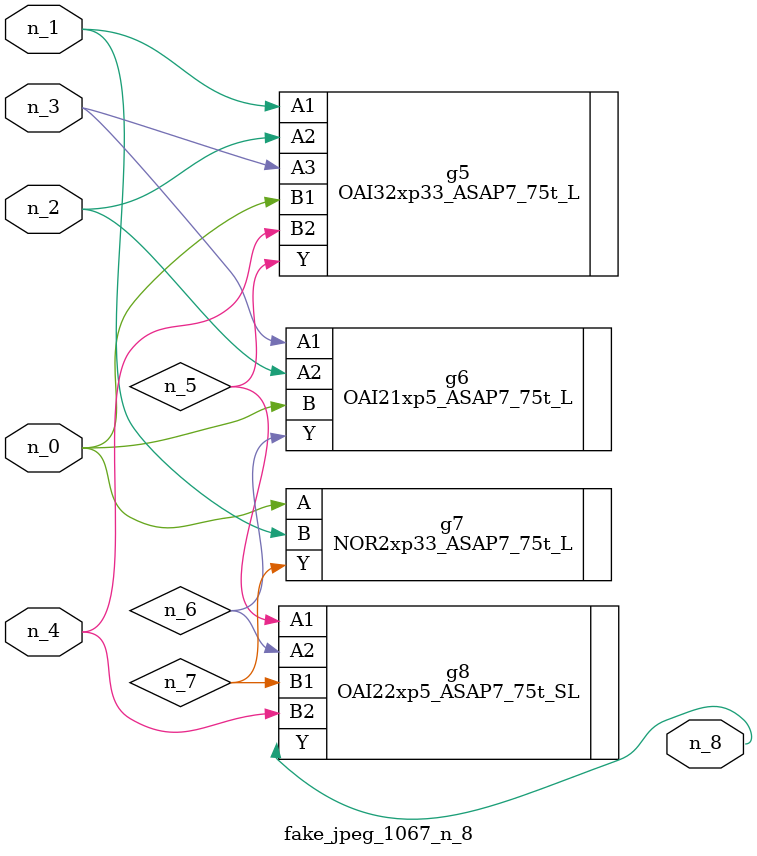
<source format=v>
module fake_jpeg_1067_n_8 (n_3, n_2, n_1, n_0, n_4, n_8);

input n_3;
input n_2;
input n_1;
input n_0;
input n_4;

output n_8;

wire n_6;
wire n_5;
wire n_7;

OAI32xp33_ASAP7_75t_L g5 ( 
.A1(n_1),
.A2(n_2),
.A3(n_3),
.B1(n_0),
.B2(n_4),
.Y(n_5)
);

OAI21xp5_ASAP7_75t_L g6 ( 
.A1(n_3),
.A2(n_2),
.B(n_0),
.Y(n_6)
);

NOR2xp33_ASAP7_75t_L g7 ( 
.A(n_0),
.B(n_1),
.Y(n_7)
);

OAI22xp5_ASAP7_75t_SL g8 ( 
.A1(n_5),
.A2(n_6),
.B1(n_7),
.B2(n_4),
.Y(n_8)
);


endmodule
</source>
